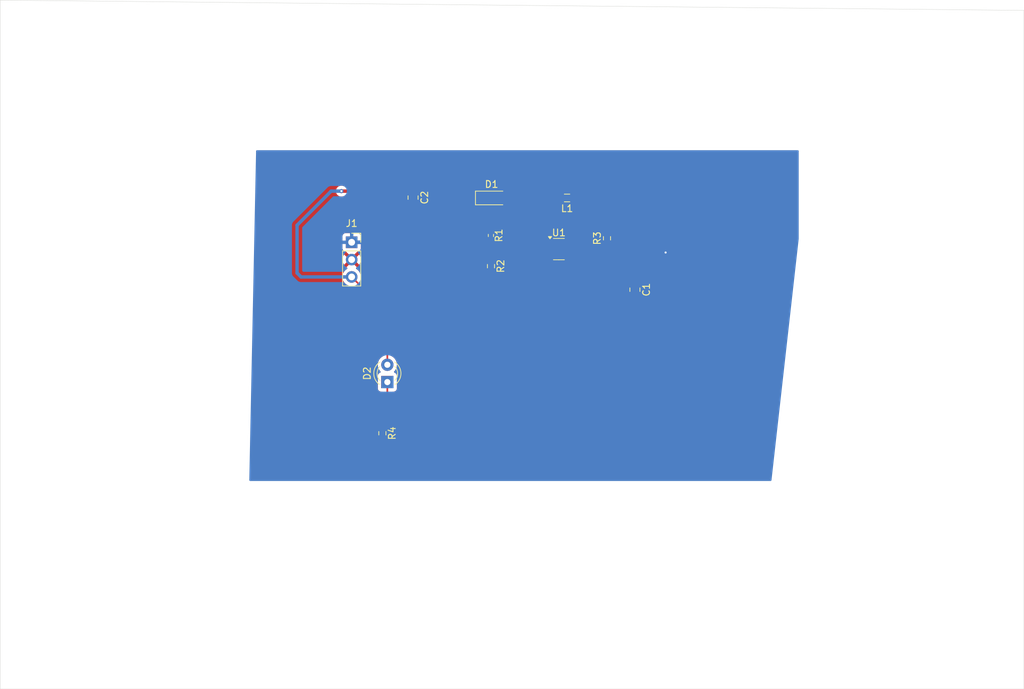
<source format=kicad_pcb>
(kicad_pcb (version 20241229) (generator "pcbnew") (generator_version "9.0")
  (layers (0 "F.Cu" signal) (2 "B.Cu" signal) (13 "F.Paste" user) (15 "B.Paste" user) (5 "F.SilkS" user "F.Silkscreen") (7 "B.SilkS" user "B.Silkscreen") (1 "F.Mask" user) (3 "B.Mask" user) (25 "Edge.Cuts" user))
  (net 0 "")
  (net 1 "VCC")
  (net 2 "GND")
  (net 3 "+5V")
  (net 4 "Net-(D1-A)")
  (net 5 "Net-(D2-K)")
  (net 6 "Net-(U1-3-FB)")
  (net 7 "Net-(U1-6-OC)")
  (footprint "Diode_SMD:D_SOD-123" (layer "F.Cu") (at 122.5 78)
    (property "Reference" "D1" (at 0 -2 0) (layer "F.SilkS"))
    (property "Value" "D_Schottky" (hide yes))
    (fp_line (start -2.36 -1) (end -2.36 1) (stroke (width 0.12)) (layer "F.SilkS"))
    (fp_line (start -2.36 -1) (end 1.65 -1) (stroke (width 0.12)) (layer "F.SilkS"))
    (fp_line (start -2.36 1) (end 1.65 1) (stroke (width 0.12)) (layer "F.SilkS"))
    (pad "1" smd roundrect (at -1.65 0) (size 0.9 1.2) (layers "F.Cu" "F.Mask" "F.Paste") (net 3 "+5V"))
    (pad "2" smd roundrect (at 1.65 0) (size 0.9 1.2) (layers "F.Cu" "F.Mask" "F.Paste") (net 4 "Net-(D1-A)"))
  )
  (footprint "LED_THT:LED_D3.0mm" (layer "F.Cu") (at 107.23 105 90)
    (property "Reference" "D2" (at 1.27 -2.96 90) (layer "F.SilkS"))
    (property "Value" "RED")
    (fp_line (start -0.29 -1.236) (end -0.29 -1.08) (stroke (width 0.12)) (layer "F.SilkS"))
    (fp_line (start -0.29 1.08) (end -0.29 1.236) (stroke (width 0.12)) (layer "F.SilkS"))
    (fp_arc (start -0.29 -1.235516) (mid 1.365624 -1.987701) (end 2.941397 -1.080061) (stroke (width 0.12)) (layer "F.SilkS"))
    (fp_arc (start 0.229039 -1.08) (mid 1.269964 -1.5) (end 2.31091 -1.080049) (stroke (width 0.12)) (layer "F.SilkS"))
    (fp_arc (start 2.31091 1.080049) (mid 1.269964 1.5) (end 0.229039 1.08) (stroke (width 0.12)) (layer "F.SilkS"))
    (fp_arc (start 2.941397 1.080061) (mid 1.365624 1.987701) (end -0.29 1.235516) (stroke (width 0.12)) (layer "F.SilkS"))
    (pad "1" thru_hole rect (at 0 0 90) (size 1.8 1.8) (drill 0.9) (layers "*.Cu" "*.Mask") (net 5 "Net-(D2-K)"))
    (pad "2" thru_hole circle (at 2.54 0 90) (size 1.8 1.8) (drill 0.9) (layers "*.Cu" "*.Mask") (net 3 "+5V"))
  )
  (footprint "Resistor_SMD:R_0603_1608Metric_Pad0.98x0.95mm_HandSolder" (layer "F.Cu") (at 122.4125 88 -90)
    (property "Reference" "R2" (at 0 -1.43 90) (layer "F.SilkS"))
    (property "Value" "15k")
    (fp_line (start -0.254724 0.5225) (end 0.254724 0.5225) (stroke (width 0.12)) (layer "F.SilkS"))
    (fp_line (start -0.254724 -0.5225) (end 0.254724 -0.5225) (stroke (width 0.12)) (layer "F.SilkS"))
    (pad "1" smd roundrect (at -0.9125 0 270) (size 0.975 0.95) (layers "F.Cu" "F.Mask" "F.Paste") (net 6 "Net-(U1-3-FB)"))
    (pad "2" smd roundrect (at 0.9125 0 270) (size 0.975 0.95) (layers "F.Cu" "F.Mask" "F.Paste") (net 2 "GND"))
  )
  (footprint "Package_TO_SOT_SMD:SOT-23-6" (layer "F.Cu") (at 132.3625 85.5)
    (property "Reference" "U1" (at 0 -2.4 0) (layer "F.SilkS"))
    (property "Value" "~")
    (fp_line (start 0 -1.56) (end -0.8 -1.56) (stroke (width 0.12)) (layer "F.SilkS"))
    (fp_line (start 0 -1.56) (end 0.8 -1.56) (stroke (width 0.12)) (layer "F.SilkS"))
    (fp_line (start 0 1.56) (end -0.8 1.56) (stroke (width 0.12)) (layer "F.SilkS"))
    (fp_line (start 0 1.56) (end 0.8 1.56) (stroke (width 0.12)) (layer "F.SilkS"))
    (fp_poly (pts (xy -1.3 -1.51) (xy -1.54 -1.84) (xy -1.06 -1.84)) (stroke (width 0.12)) (fill yes) (layer "F.SilkS"))
    (pad "1" smd roundrect (at -1.1375 -0.95) (size 1.325 0.6) (layers "F.Cu" "F.Mask" "F.Paste") (net 4 "Net-(D1-A)"))
    (pad "2" smd roundrect (at -1.1375 0) (size 1.325 0.6) (layers "F.Cu" "F.Mask" "F.Paste") (net 2 "GND"))
    (pad "3" smd roundrect (at -1.1375 0.95) (size 1.325 0.6) (layers "F.Cu" "F.Mask" "F.Paste") (net 6 "Net-(U1-3-FB)"))
    (pad "4" smd roundrect (at 1.1375 0.95) (size 1.325 0.6) (layers "F.Cu" "F.Mask" "F.Paste") (net 1 "VCC"))
    (pad "5" smd roundrect (at 1.1375 0) (size 1.325 0.6) (layers "F.Cu" "F.Mask" "F.Paste") (net 1 "VCC"))
    (pad "6" smd roundrect (at 1.1375 -0.95) (size 1.325 0.6) (layers "F.Cu" "F.Mask" "F.Paste") (net 7 "Net-(U1-6-OC)"))
  )
  (footprint "Inductor_SMD:L_0805_2012Metric" (layer "F.Cu") (at 133.5625 78 180)
    (property "Reference" "L1" (at 0 -1.55 0) (layer "F.SilkS"))
    (property "Value" "4.7uH")
    (fp_line (start -0.399622 0.56) (end 0.399622 0.56) (stroke (width 0.12)) (layer "F.SilkS"))
    (fp_line (start -0.399622 -0.56) (end 0.399622 -0.56) (stroke (width 0.12)) (layer "F.SilkS"))
    (pad "1" smd roundrect (at -1.0625 0 180) (size 0.875 1.2) (layers "F.Cu" "F.Mask" "F.Paste") (net 1 "VCC"))
    (pad "2" smd roundrect (at 1.0625 0 180) (size 0.875 1.2) (layers "F.Cu" "F.Mask" "F.Paste") (net 4 "Net-(D1-A)"))
  )
  (footprint "Connector_PinSocket_2.54mm:PinSocket_1x03_P2.54mm_Vertical" (layer "F.Cu") (at 102 84.5)
    (property "Reference" "J1" (at 0 -2.77 0) (layer "F.SilkS"))
    (property "Value" "Conn_01x03_Pin" (hide yes))
    (fp_line (start -1.33 1.27) (end -1.33 6.41) (stroke (width 0.12)) (layer "F.SilkS"))
    (fp_line (start -1.33 1.27) (end 1.33 1.27) (stroke (width 0.12)) (layer "F.SilkS"))
    (fp_line (start -1.33 6.41) (end 1.33 6.41) (stroke (width 0.12)) (layer "F.SilkS"))
    (fp_line (start 0 -1.33) (end 1.33 -1.33) (stroke (width 0.12)) (layer "F.SilkS"))
    (fp_line (start 1.33 -1.33) (end 1.33 0) (stroke (width 0.12)) (layer "F.SilkS"))
    (fp_line (start 1.33 1.27) (end 1.33 6.41) (stroke (width 0.12)) (layer "F.SilkS"))
    (pad "1" thru_hole rect (at 0 0) (size 1.7 1.7) (drill 1) (layers "*.Cu" "*.Mask") (net 1 "VCC"))
    (pad "2" thru_hole circle (at 0 2.54) (size 1.7 1.7) (drill 1) (layers "*.Cu" "*.Mask") (net 2 "GND"))
    (pad "3" thru_hole circle (at 0 5.08) (size 1.7 1.7) (drill 1) (layers "*.Cu" "*.Mask") (net 3 "+5V"))
  )
  (footprint "Capacitor_SMD:C_0805_2012Metric" (layer "F.Cu") (at 143.5 91.45 -90)
    (property "Reference" "C1" (at 0 -1.68 90) (layer "F.SilkS"))
    (property "Value" "22uF")
    (fp_line (start -0.261252 0.735) (end 0.261252 0.735) (stroke (width 0.12)) (layer "F.SilkS"))
    (fp_line (start -0.261252 -0.735) (end 0.261252 -0.735) (stroke (width 0.12)) (layer "F.SilkS"))
    (pad "1" smd roundrect (at -0.95 0 270) (size 1 1.45) (layers "F.Cu" "F.Mask" "F.Paste") (net 1 "VCC"))
    (pad "2" smd roundrect (at 0.95 0 270) (size 1 1.45) (layers "F.Cu" "F.Mask" "F.Paste") (net 2 "GND"))
  )
  (footprint "Resistor_SMD:R_0603_1608Metric_Pad0.98x0.95mm_HandSolder" (layer "F.Cu") (at 139.4125 83.9125 90)
    (property "Reference" "R3" (at 0 -1.43 90) (layer "F.SilkS"))
    (property "Value" "20k")
    (fp_line (start -0.254724 -0.5225) (end 0.254724 -0.5225) (stroke (width 0.12)) (layer "F.SilkS"))
    (fp_line (start -0.254724 0.5225) (end 0.254724 0.5225) (stroke (width 0.12)) (layer "F.SilkS"))
    (pad "1" smd roundrect (at -0.9125 0 90) (size 0.975 0.95) (layers "F.Cu" "F.Mask" "F.Paste") (net 7 "Net-(U1-6-OC)"))
    (pad "2" smd roundrect (at 0.9125 0 90) (size 0.975 0.95) (layers "F.Cu" "F.Mask" "F.Paste") (net 2 "GND"))
  )
  (footprint "Resistor_SMD:R_0402_1005Metric_Pad0.72x0.64mm_HandSolder" (layer "F.Cu") (at 122.4025 83.5 -90)
    (property "Reference" "R1" (at 0 -1.17 90) (layer "F.SilkS"))
    (property "Value" "110k")
    (fp_line (start -0.167621 0.38) (end 0.167621 0.38) (stroke (width 0.12)) (layer "F.SilkS"))
    (fp_line (start -0.167621 -0.38) (end 0.167621 -0.38) (stroke (width 0.12)) (layer "F.SilkS"))
    (pad "1" smd roundrect (at -0.5975 0 270) (size 0.715 0.64) (layers "F.Cu" "F.Mask" "F.Paste") (net 3 "+5V"))
    (pad "2" smd roundrect (at 0.5975 0 270) (size 0.715 0.64) (layers "F.Cu" "F.Mask" "F.Paste") (net 6 "Net-(U1-3-FB)"))
  )
  (footprint "Capacitor_SMD:C_0805_2012Metric" (layer "F.Cu") (at 111 77.95 -90)
    (property "Reference" "C2" (at 0 -1.68 90) (layer "F.SilkS"))
    (property "Value" "22uF")
    (fp_line (start -0.261252 0.735) (end 0.261252 0.735) (stroke (width 0.12)) (layer "F.SilkS"))
    (fp_line (start -0.261252 -0.735) (end 0.261252 -0.735) (stroke (width 0.12)) (layer "F.SilkS"))
    (pad "1" smd roundrect (at -0.95 0 270) (size 1 1.45) (layers "F.Cu" "F.Mask" "F.Paste") (net 3 "+5V"))
    (pad "2" smd roundrect (at 0.95 0 270) (size 1 1.45) (layers "F.Cu" "F.Mask" "F.Paste") (net 2 "GND"))
  )
  (footprint "Resistor_SMD:R_0603_1608Metric_Pad0.98x0.95mm_HandSolder" (layer "F.Cu") (at 106.5 112.5 -90)
    (property "Reference" "R4" (at 0 -1.43 90) (layer "F.SilkS"))
    (property "Value" "1k")
    (fp_line (start -0.254724 0.5225) (end 0.254724 0.5225) (stroke (width 0.12)) (layer "F.SilkS"))
    (fp_line (start -0.254724 -0.5225) (end 0.254724 -0.5225) (stroke (width 0.12)) (layer "F.SilkS"))
    (pad "1" smd roundrect (at -0.9125 0 270) (size 0.975 0.95) (layers "F.Cu" "F.Mask" "F.Paste") (net 5 "Net-(D2-K)"))
    (pad "2" smd roundrect (at 0.9125 0 270) (size 0.975 0.95) (layers "F.Cu" "F.Mask" "F.Paste") (net 2 "GND"))
  )
  (gr_line (start 50.5 49) (end 50.5 150) (stroke (width 0.05)) (layer "Edge.Cuts"))
  (gr_line (start 200.5 50.5) (end 200.5 150) (stroke (width 0.05)) (layer "Edge.Cuts"))
  (gr_line (start 50.5 150) (end 200.5 150) (stroke (width 0.05)) (layer "Edge.Cuts"))
  (gr_line (start 200.5 50.5) (end 50.5 49) (stroke (width 0.05)) (layer "Edge.Cuts"))
  (segment (start 134.625 78) (end 141.5 78) (width 0.5) (layer "F.Cu") (net 1))
  (segment (start 133.5 85.5) (end 138.5 85.5) (width 0.5) (layer "F.Cu") (net 1))
  (segment (start 141.5 78) (end 144 80.5) (width 0.5) (layer "F.Cu") (net 1))
  (segment (start 139.45 86.45) (end 139.5 86.5) (width 0.5) (layer "F.Cu") (net 1))
  (segment (start 133.5 86.45) (end 139.45 86.45) (width 0.5) (layer "F.Cu") (net 1))
  (segment (start 138.5 85.5) (end 139.5 86.5) (width 0.5) (layer "F.Cu") (net 1))
  (segment (start 144 80.5) (end 143.5 81) (width 0.5) (layer "F.Cu") (net 1))
  (segment (start 143.5 90.5) (end 147 87) (width 0.5) (layer "F.Cu") (net 1))
  (segment (start 147 87) (end 148 86) (width 0.5) (layer "F.Cu") (net 1))
  (segment (start 139.5 86.5) (end 143.5 90.5) (width 0.5) (layer "F.Cu") (net 1))
  (segment (start 143.5 81) (end 143.5 90.5) (width 0.5) (layer "F.Cu") (net 1))
  (via (at 148 86) (size 0.6) (drill 0.3) (layers "F.Cu" "B.Cu") (net 1))
  (segment (start 146.5 84.5) (end 102 84.5) (width 0.5) (layer "B.Cu") (net 1))
  (segment (start 148 86) (end 146.5 84.5) (width 0.5) (layer "B.Cu") (net 1))
  (segment (start 120.85 78.85) (end 122.4025 80.4025) (width 0.5) (layer "F.Cu") (net 3))
  (segment (start 111 77) (end 102 77) (width 0.5) (layer "F.Cu") (net 3))
  (segment (start 102 89.58) (end 107.23 94.81) (width 0.25) (layer "F.Cu") (net 3))
  (segment (start 107.23 94.81) (end 107.23 102.46) (width 0.25) (layer "F.Cu") (net 3))
  (segment (start 111 77) (end 119.85 77) (width 0.5) (layer "F.Cu") (net 3))
  (segment (start 120.85 78) (end 120.85 78.85) (width 0.5) (layer "F.Cu") (net 3))
  (segment (start 102 77) (end 100.5 77) (width 0.5) (layer "F.Cu") (net 3))
  (segment (start 119.85 77) (end 120.85 78) (width 0.5) (layer "F.Cu") (net 3))
  (segment (start 122.4025 80.4025) (end 122.4025 82.9025) (width 0.5) (layer "F.Cu") (net 3))
  (via (at 100.5 77) (size 0.6) (drill 0.3) (layers "F.Cu" "B.Cu") (net 3))
  (segment (start 99 77) (end 94 82) (width 0.5) (layer "B.Cu") (net 3))
  (segment (start 100.5 77) (end 99 77) (width 0.5) (layer "B.Cu") (net 3))
  (segment (start 94.58 89.58) (end 102 89.58) (width 0.5) (layer "B.Cu") (net 3))
  (segment (start 94 89) (end 94.58 89.58) (width 0.5) (layer "B.Cu") (net 3))
  (segment (start 94 82) (end 94 89) (width 0.5) (layer "B.Cu") (net 3))
  (segment (start 132.5 78) (end 131 79.5) (width 0.5) (layer "F.Cu") (net 4))
  (segment (start 131 84.325) (end 131.225 84.55) (width 0.5) (layer "F.Cu") (net 4))
  (segment (start 124.15 78) (end 132.5 78) (width 0.5) (layer "F.Cu") (net 4))
  (segment (start 131 79.5) (end 131 84.325) (width 0.5) (layer "F.Cu") (net 4))
  (segment (start 107.23 105) (end 107.23 110.8575) (width 0.25) (layer "F.Cu") (net 5))
  (segment (start 107.23 110.8575) (end 106.5 111.5875) (width 0.25) (layer "F.Cu") (net 5))
  (segment (start 122.4125 84.1075) (end 122.4025 84.0975) (width 0.5) (layer "F.Cu") (net 6))
  (segment (start 122.8625 86.45) (end 131.225 86.45) (width 0.5) (layer "F.Cu") (net 6))
  (segment (start 122.4125 86) (end 122.4125 84.1075) (width 0.5) (layer "F.Cu") (net 6))
  (segment (start 122.4125 87.0875) (end 122.4125 86) (width 0.5) (layer "F.Cu") (net 6))
  (segment (start 122.4125 86) (end 122.8625 86.45) (width 0.5) (layer "F.Cu") (net 6))
  (segment (start 139.1375 84.55) (end 139.4125 84.825) (width 0.5) (layer "F.Cu") (net 7))
  (segment (start 133.5 84.55) (end 139.1375 84.55) (width 0.5) (layer "F.Cu") (net 7))
  (zone (net 2) (net_name "GND") (layer "F.Cu") (connect_pads (clearance 0.5)) (min_thickness 0.25) (fill yes (thermal_gap 0.5) (thermal_bridge_width 0.5))
    (polygon (pts (xy 90.5 73) (xy 91.5 116) (xy 158.5 117) (xy 158 73)))
  )
  (zone (net 1) (net_name "VCC") (layer "B.Cu") (priority 1) (connect_pads (clearance 0.5)) (min_thickness 0.25) (fill yes (thermal_gap 0.5) (thermal_bridge_width 0.5) (island_removal_mode 1) (island_area_min 10))
    (polygon (pts (xy 167.5 84) (xy 163.5 119.5) (xy 87 119.5) (xy 88 71) (xy 167.5 71)))
  )
)
</source>
